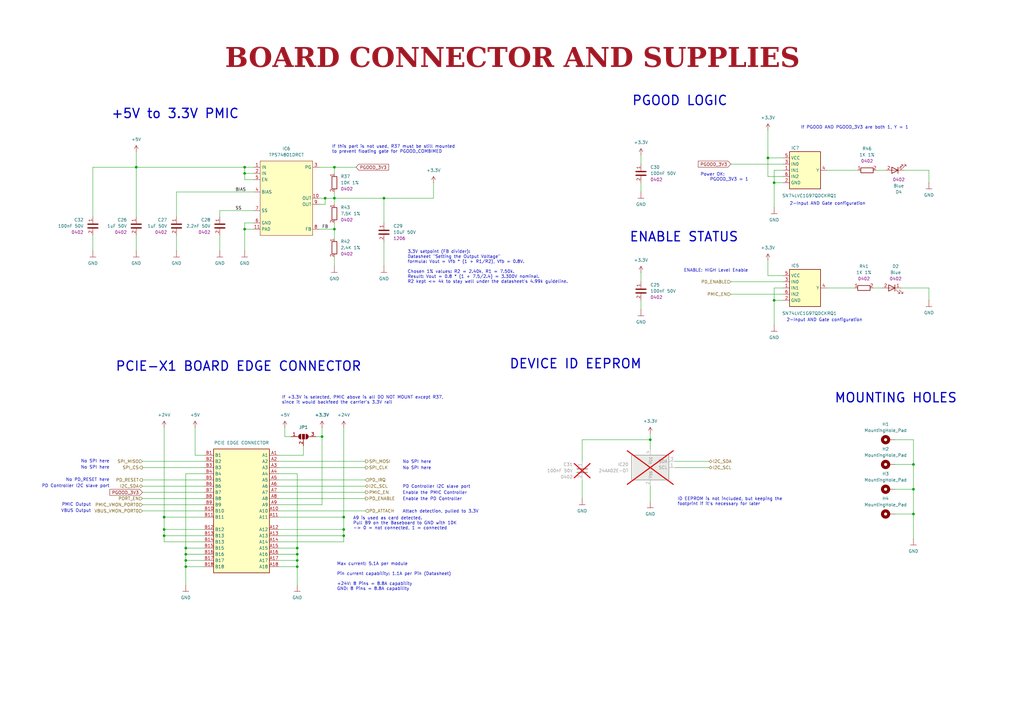
<source format=kicad_sch>
(kicad_sch (version 20250114) (generator "eeschema") (generator_version "9.0")
  (paper "A3")
  (title_block (date "2025-01-12") (rev "1.0.0") (company "DvidMakesThings"))
  (lib_symbols
    (symbol "DS_Capacitor_0402:100nF 50V 0402"
      (property "Reference" "C" (at 3.81 2.032 0))
      (property "Value" "100nF 50V" (at 3.81 0 0))
      (property "FOOTPRINT_SHORT" "0402" (at 3.81 -2.032 0))
      (symbol "100nF 50V 0402_0_1"
        (polyline (pts (xy -2.032 0.762) (xy 2.032 0.762)) (stroke (width 0.508)))
        (polyline (pts (xy -2.032 -0.762) (xy 2.032 -0.762)) (stroke (width 0.508)))
      )
      (symbol "100nF 50V 0402_1_1"
        (pin passive line (at 0 3.81 270) (length 2.794) (name "~") (number "1"))
        (pin passive line (at 0 -3.81 90) (length 2.794) (name "~") (number "2"))
      )
    )
    (symbol "DS_Capacitor_0402:1uF 50V 0402"
      (property "Reference" "C" (at 3.81 2.032 0))
      (property "Value" "1uF 50V" (at 3.81 0 0))
      (property "FOOTPRINT_SHORT" "0402" (at 3.81 -2.032 0))
      (symbol "1uF 50V 0402_0_1"
        (polyline (pts (xy -2.032 0.762) (xy 2.032 0.762)) (stroke (width 0.508)))
        (polyline (pts (xy -2.032 -0.762) (xy 2.032 -0.762)) (stroke (width 0.508)))
      )
      (symbol "1uF 50V 0402_1_1"
        (pin passive line (at 0 3.81 270) (length 2.794) (name "~") (number "1"))
        (pin passive line (at 0 -3.81 90) (length 2.794) (name "~") (number "2"))
      )
    )
    (symbol "DS_Capacitor_0402:2.2nF 50V 0402"
      (property "Reference" "C" (at 3.81 2.032 0))
      (property "Value" "2.2nF 50V" (at 3.81 0 0))
      (property "FOOTPRINT_SHORT" "0402" (at 3.81 -2.032 0))
      (symbol "2.2nF 50V 0402_0_1"
        (polyline (pts (xy -2.032 0.762) (xy 2.032 0.762)) (stroke (width 0.508)))
        (polyline (pts (xy -2.032 -0.762) (xy 2.032 -0.762)) (stroke (width 0.508)))
      )
      (symbol "2.2nF 50V 0402_1_1"
        (pin passive line (at 0 3.81 270) (length 2.794) (name "~") (number "1"))
        (pin passive line (at 0 -3.81 90) (length 2.794) (name "~") (number "2"))
      )
    )
    (symbol "DS_Capacitor_1206:10uF 50V 1206"
      (property "Reference" "C" (at 3.81 2.032 0))
      (property "Value" "10uF 50V" (at 3.81 0 0))
      (property "FOOTPRINT_SHORT" "1206" (at 3.81 -2.032 0))
      (symbol "10uF 50V 1206_0_1"
        (polyline (pts (xy -2.032 0.762) (xy 2.032 0.762)) (stroke (width 0.508)))
        (polyline (pts (xy -2.032 -0.762) (xy 2.032 -0.762)) (stroke (width 0.508)))
      )
      (symbol "10uF 50V 1206_1_1"
        (pin passive line (at 0 3.81 270) (length 2.794) (name "~") (number "1"))
        (pin passive line (at 0 -3.81 90) (length 2.794) (name "~") (number "2"))
      )
    )
    (symbol "DS_Connector:PCIe-Board Edge" (exclude_from_sim yes) (in_bom no)
      (property "Value" "PCIE EDGE CONNECTOR" (at -1.778 -9.144 0))
      (symbol "PCIe-Board Edge_0_1"
        (rectangle (start -3.81 43.18) (end 19.05 -7.62) (stroke (width 0.254)) (fill (type background)))
      )
      (symbol "PCIe-Board Edge_1_1"
        (pin power_in line (at -7.62 40.64 0) (length 3.81) (name "B1") (number "B1"))
        (pin passive line (at -7.62 38.1 0) (length 3.81) (name "B2") (number "B2"))
        (pin passive line (at -7.62 35.56 0) (length 3.81) (name "B3") (number "B3"))
        (pin power_in line (at -7.62 33.02 0) (length 3.81) (name "B4") (number "B4"))
        (pin input line (at -7.62 30.48 0) (length 3.81) (name "B5") (number "B5"))
        (pin bidirectional line (at -7.62 27.94 0) (length 3.81) (name "B6") (number "B6"))
        (pin passive line (at -7.62 25.4 0) (length 3.81) (name "B7") (number "B7"))
        (pin power_in line (at -7.62 22.86 0) (length 3.81) (name "B8") (number "B8"))
        (pin input line (at -7.62 20.32 0) (length 3.81) (name "B9") (number "B9"))
        (pin power_in line (at -7.62 17.78 0) (length 3.81) (name "B10") (number "B10"))
        (pin open_collector line (at -7.62 15.24 0) (length 3.81) (name "B11") (number "B11"))
        (pin passive line (at -7.62 10.16 0) (length 3.81) (name "B12") (number "B12"))
        (pin passive line (at -7.62 7.62 0) (length 3.81) (name "B13") (number "B13"))
        (pin input line (at -7.62 5.08 0) (length 3.81) (name "B13") (number "B14"))
        (pin input line (at -7.62 2.54 0) (length 3.81) (name "B15") (number "B15"))
        (pin passive line (at -7.62 0 0) (length 3.81) (name "B16") (number "B16"))
        (pin passive line (at -7.62 -2.54 0) (length 3.81) (name "B17") (number "B17"))
        (pin passive line (at -7.62 -5.08 0) (length 3.81) (name "B18") (number "B18"))
        (pin passive line (at 22.86 40.64 180) (length 3.81) (name "A1") (number "A1"))
        (pin passive line (at 22.86 38.1 180) (length 3.81) (name "A2") (number "A2"))
        (pin passive line (at 22.86 35.56 180) (length 3.81) (name "A3") (number "A3"))
        (pin passive line (at 22.86 33.02 180) (length 3.81) (name "A4") (number "A4"))
        (pin input line (at 22.86 30.48 180) (length 3.81) (name "A5") (number "A5"))
        (pin input line (at 22.86 27.94 180) (length 3.81) (name "A6") (number "A6"))
        (pin output line (at 22.86 25.4 180) (length 3.81) (name "A7") (number "A7"))
        (pin input line (at 22.86 22.86 180) (length 3.81) (name "A8") (number "A8"))
        (pin passive line (at 22.86 20.32 180) (length 3.81) (name "A9") (number "A9"))
        (pin passive line (at 22.86 17.78 180) (length 3.81) (name "A10") (number "A10"))
        (pin input line (at 22.86 15.24 180) (length 3.81) (name "A11") (number "A11"))
        (pin passive line (at 22.86 10.16 180) (length 3.81) (name "A12") (number "A12"))
        (pin input line (at 22.86 7.62 180) (length 3.81) (name "A13") (number "A13"))
        (pin input line (at 22.86 5.08 180) (length 3.81) (name "A14") (number "A14"))
        (pin passive line (at 22.86 2.54 180) (length 3.81) (name "A15") (number "A15"))
        (pin output line (at 22.86 0 180) (length 3.81) (name "A16") (number "A16"))
        (pin output line (at 22.86 -2.54 180) (length 3.81) (name "A17") (number "A17"))
        (pin passive line (at 22.86 -5.08 180) (length 3.81) (name "A18") (number "A18"))
      )
    )
    (symbol "DS_Opto:Blue 0402"
      (property "Reference" "D" (at -1.27 5.08 0))
      (property "Value" "Blue" (at -1.27 2.794 0))
      (property "Size" "0402" (at -1.016 -3.302 0))
      (symbol "Blue 0402_0_1"
        (polyline (pts (xy -3.048 -0.762) (xy -4.572 -2.286) (xy -3.81 -2.286) (xy -4.572 -2.286) (xy -4.572 -1.524)))
        (polyline (pts (xy -1.778 -0.762) (xy -3.302 -2.286) (xy -2.54 -2.286) (xy -3.302 -2.286) (xy -3.302 -1.524)))
        (polyline (pts (xy -1.27 0) (xy 1.27 0)))
        (polyline (pts (xy -1.27 -1.27) (xy -1.27 1.27)) (stroke (width 0.254)))
        (polyline (pts (xy 1.27 -1.27) (xy 1.27 1.27) (xy -1.27 0) (xy 1.27 -1.27)) (stroke (width 0.254)))
      )
      (symbol "Blue 0402_1_1"
        (pin passive line (at -3.81 0 0) (length 2.54) (name "") (number "1"))
        (pin passive line (at 3.81 0 180) (length 2.54) (name "") (number "2"))
      )
    )
    (symbol "DS_Peripherals:SN74LVC1G97QDCKRQ1"
      (property "Reference" "IC" (at -6.35 9.144 0))
      (property "Value" "SN74LVC1G97QDCKRQ1" (at 1.778 -9.652 0))
      (symbol "SN74LVC1G97QDCKRQ1_0_1"
        (rectangle (start -6.35 7.62) (end 6.35 -7.62) (stroke (width 0.254)) (fill (type background)))
      )
      (symbol "SN74LVC1G97QDCKRQ1_1_1"
        (pin power_in line (at -8.89 5.08 0) (length 2.54) (name "VCC") (number "5"))
        (pin passive line (at -8.89 2.54 0) (length 2.54) (name "IN0") (number "3"))
        (pin passive line (at -8.89 0 0) (length 2.54) (name "IN1") (number "1"))
        (pin passive line (at -8.89 -2.54 0) (length 2.54) (name "IN2") (number "6"))
        (pin power_in line (at -8.89 -5.08 0) (length 2.54) (name "GND") (number "2"))
        (pin passive line (at 8.89 0 180) (length 2.54) (name "Y") (number "4"))
      )
    )
    (symbol "DS_Resistor_0402:10K 1% 0402"
      (property "Reference" "R" (at 2.032 2.032 0))
      (property "Value" "10K 1%" (at 2.032 0 0))
      (property "FOOTPRINT_SHORT" "0402" (at 2.032 -2.032 0))
      (symbol "10K 1% 0402_0_1"
        (rectangle (start -1.016 2.54) (end 1.016 -2.54) (stroke (width 0.254)))
      )
      (symbol "10K 1% 0402_1_1"
        (pin passive line (at 0 3.81 270) (length 1.27) (name "~") (number "1"))
        (pin passive line (at 0 -3.81 90) (length 1.27) (name "~") (number "2"))
      )
    )
    (symbol "DS_Resistor_0402:1K 1% 0402"
      (property "Reference" "R" (at 2.032 2.032 0))
      (property "Value" "1K 1%" (at 2.032 0 0))
      (property "FOOTPRINT_SHORT" "0402" (at 2.032 -2.032 0))
      (symbol "1K 1% 0402_0_1"
        (rectangle (start -1.016 2.54) (end 1.016 -2.54) (stroke (width 0.254)))
      )
      (symbol "1K 1% 0402_1_1"
        (pin passive line (at 0 3.81 270) (length 1.27) (name "~") (number "1"))
        (pin passive line (at 0 -3.81 90) (length 1.27) (name "~") (number "2"))
      )
    )
    (symbol "DS_Resistor_0402:2.4K 1% 0402"
      (property "Reference" "R" (at 2.032 2.032 0))
      (property "Value" "2.4K 1%" (at 2.032 0 0))
      (property "FOOTPRINT_SHORT" "0402" (at 2.032 -2.032 0))
      (symbol "2.4K 1% 0402_0_1"
        (rectangle (start -1.016 2.54) (end 1.016 -2.54) (stroke (width 0.254)))
      )
      (symbol "2.4K 1% 0402_1_1"
        (pin passive line (at 0 3.81 270) (length 1.27) (name "~") (number "1"))
        (pin passive line (at 0 -3.81 90) (length 1.27) (name "~") (number "2"))
      )
    )
    (symbol "DS_Resistor_0402:7.5K 1% 0402"
      (property "Reference" "R" (at 2.032 2.032 0))
      (property "Value" "7.5K 1%" (at 2.032 0 0))
      (property "FOOTPRINT_SHORT" "0402" (at 2.032 -2.032 0))
      (symbol "7.5K 1% 0402_0_1"
        (rectangle (start -1.016 2.54) (end 1.016 -2.54) (stroke (width 0.254)))
      )
      (symbol "7.5K 1% 0402_1_1"
        (pin passive line (at 0 3.81 270) (length 1.27) (name "~") (number "1"))
        (pin passive line (at 0 -3.81 90) (length 1.27) (name "~") (number "2"))
      )
    )
    (symbol "DS_Supply:GND" (power) (pin_numbers (hide yes)) (pin_names (offset 0) (hide yes))
      (property "Value" "GND" (at 0 -3.81 0))
      (symbol "GND_0_1"
        (polyline (pts (xy 0 0) (xy 0 -2.54) (xy 1.27 -2.54) (xy 0 -2.54) (xy -1.27 -2.54) (xy 0 -2.54)))
      )
      (symbol "GND_1_1"
        (pin power_in line (at 0 0 270) (length 0) (name "~") (number "1"))
      )
    )
    (symbol "DS_Vreg:TPS74801DRCT"
      (property "Reference" "IC" (at -7.874 17.018 0))
      (property "Value" "TPS74801DRCT" (at -11.176 -17.526 0))
      (symbol "TPS74801DRCT_0_1"
        (rectangle (start -11.43 15.24) (end 10.16 -15.24) (fill (type background)))
      )
      (symbol "TPS74801DRCT_1_0"
        (pin power_in line (at -13.97 12.7 0) (length 2.54) (name "IN") (number "1"))
        (pin power_in line (at -13.97 10.16 0) (length 2.54) (name "IN") (number "2"))
        (pin input line (at -13.97 7.62 0) (length 2.54) (name "EN") (number "5"))
        (pin input line (at -13.97 2.54 0) (length 2.54) (name "BIAS") (number "4"))
        (pin passive line (at -13.97 -5.08 0) (length 2.54) (name "SS") (number "7"))
        (pin power_in line (at -13.97 -10.16 0) (length 2.54) (name "GND") (number "6"))
        (pin power_in line (at -13.97 -12.7 0) (length 2.54) (name "PAD") (number "11"))
        (pin passive line (at 12.7 12.7 180) (length 2.54) (name "PG") (number "3"))
        (pin power_in line (at 12.7 0 180) (length 2.54) (name "OUT") (number "10"))
        (pin power_in line (at 12.7 -2.54 180) (length 2.54) (name "OUT") (number "9"))
        (pin input line (at 12.7 -12.7 180) (length 2.54) (name "FB") (number "8"))
      )
    )
    (symbol "Jumper:SolderJumper_3_Open" (pin_names (offset 0) (hide yes)) (in_bom no)
      (property "Reference" "JP" (at -2.54 -2.54 0))
      (property "Value" "SolderJumper_3_Open" (at 0 2.794 0))
      (symbol "SolderJumper_3_Open_0_1"
        (polyline (pts (xy -2.54 0) (xy -2.032 0)))
        (polyline (pts (xy -1.016 1.016) (xy -1.016 -1.016)))
        (arc (start -1.016 -1.016) (mid -2.0276 0) (end -1.016 1.016))
        (arc (start -1.016 -1.016) (mid -2.0276 0) (end -1.016 1.016) (fill (type outline)))
        (rectangle (start -0.508 1.016) (end 0.508 -1.016) (fill (type outline)))
        (polyline (pts (xy 0 -1.27) (xy 0 -1.016)))
        (arc (start 1.016 1.016) (mid 2.0276 0) (end 1.016 -1.016))
        (arc (start 1.016 1.016) (mid 2.0276 0) (end 1.016 -1.016) (fill (type outline)))
        (polyline (pts (xy 1.016 1.016) (xy 1.016 -1.016)))
        (polyline (pts (xy 2.54 0) (xy 2.032 0)))
      )
      (symbol "SolderJumper_3_Open_1_1"
        (pin passive line (at -5.08 0 0) (length 2.54) (name "A") (number "1"))
        (pin passive line (at 0 -3.81 90) (length 2.54) (name "C") (number "2"))
        (pin passive line (at 5.08 0 180) (length 2.54) (name "B") (number "3"))
      )
    )
    (symbol "Mechanical:MountingHole_Pad" (pin_numbers (hide yes)) (pin_names (offset 1.016) (hide yes)) (in_bom no)
      (property "Reference" "H" (at 0 6.35 0))
      (property "Value" "MountingHole_Pad" (at 0 4.445 0))
      (symbol "MountingHole_Pad_0_1"
        (circle (center 0 1.27) (radius 1.27) (stroke (width 1.27)))
      )
      (symbol "MountingHole_Pad_1_1"
        (pin input line (at 0 -2.54 90) (length 2.54) (name "1") (number "1"))
      )
    )
    (symbol "Memory_EEPROM:24AA02E-OT"
      (property "Reference" "U" (at -7.62 6.35 0))
      (property "Value" "24AA02E-OT" (at 2.54 -6.35 0))
      (symbol "24AA02E-OT_1_1"
        (rectangle (start -7.62 5.08) (end 7.62 -5.08) (stroke (width 0.254)) (fill (type background)))
        (pin no_connect line (at -10.16 0 0) (length 2.54) (hide yes) (name "NC") (number "5"))
        (pin power_in line (at 0 7.62 270) (length 2.54) (name "V_{CC}") (number "4"))
        (pin power_in line (at 0 -7.62 90) (length 2.54) (name "V_{SS}") (number "2"))
        (pin bidirectional line (at 10.16 2.54 180) (length 2.54) (name "SDA") (number "3"))
        (pin input line (at 10.16 0 180) (length 2.54) (name "SCL") (number "1"))
      )
    )
    (symbol "power:+24V" (power) (pin_numbers (hide yes)) (pin_names (offset 0) (hide yes))
      (property "Value" "+24V" (at 0 3.556 0))
      (symbol "+24V_0_1"
        (polyline (pts (xy -0.762 1.27) (xy 0 2.54)))
        (polyline (pts (xy 0 2.54) (xy 0.762 1.27)))
        (polyline (pts (xy 0 0) (xy 0 2.54)))
      )
      (symbol "+24V_1_1"
        (pin power_in line (at 0 0 90) (length 0) (name "~") (number "1"))
      )
    )
    (symbol "power:+3.3V" (power) (pin_numbers (hide yes)) (pin_names (offset 0) (hide yes))
      (property "Value" "+3.3V" (at 0 3.556 0))
      (symbol "+3.3V_0_1"
        (polyline (pts (xy -0.762 1.27) (xy 0 2.54)))
        (polyline (pts (xy 0 2.54) (xy 0.762 1.27)))
        (polyline (pts (xy 0 0) (xy 0 2.54)))
      )
      (symbol "+3.3V_1_1"
        (pin power_in line (at 0 0 90) (length 0) (name "~") (number "1"))
      )
    )
    (symbol "power:+5V" (power) (pin_numbers (hide yes)) (pin_names (offset 0) (hide yes))
      (property "Value" "+5V" (at 0 3.556 0))
      (symbol "+5V_0_1"
        (polyline (pts (xy -0.762 1.27) (xy 0 2.54)))
        (polyline (pts (xy 0 2.54) (xy 0.762 1.27)))
        (polyline (pts (xy 0 0) (xy 0 2.54)))
      )
      (symbol "+5V_1_1"
        (pin power_in line (at 0 0 90) (length 0) (name "~") (number "1"))
      )
    )
  )
  (text "PMIC Output" (at 37.338 207.01 0) (effects (font (size 1.27 1.27)) (justify right)))
  (text "ID EEPROM is not included, but keeping the \nfootprint if it's necessary for later" (at 277.876 205.74 0) (effects (font (size 1.27 1.27)) (justify left)))
  (text "DEVICE ID EEPROM" (at 208.788 149.352 0) (effects (font (size 3.81 3.81) (thickness 0.508) (bold yes)) (justify left)))
  (text "PD Controller I2C slave port" (at 165.1 199.644 0) (effects (font (size 1.27 1.27)) (justify left)))
  (text "ENABLE STATUS" (at 258.064 97.282 0) (effects (font (size 3.81 3.81) (thickness 0.508) (bold yes)) (justify left)))
  (text "If this part is not used, R37 must be still mounted\nto prevent floating gate for PGOOD_COMBIMED" (at 136.144 61.214 0) (effects (font (size 1.27 1.27)) (justify left)))
  (text "Enable the PD Controller" (at 165.1 204.724 0) (effects (font (size 1.27 1.27)) (justify left)))
  (text "No SPI here" (at 44.958 189.23 0) (effects (font (size 1.27 1.27)) (justify right)))
  (text "2-Input AND Gate configuration" (at 322.58 131.318 0) (effects (font (size 1.27 1.27)) (justify left)))
  (text "MOUNTING HOLES" (at 342.138 163.322 0) (effects (font (size 3.81 3.81) (thickness 0.508) (bold yes)) (justify left)))
  (text "No SPI here" (at 165.1 192.024 0) (effects (font (size 1.27 1.27)) (justify left)))
  (text "If +3.3V is selected, PMIC above is all DO NOT MOUNT except R37,\nsince it would backfeed the carrier's 3.3V rail" (at 115.57 164.084 0) (effects (font (size 1.27 1.27)) (justify left)))
  (text "Max current: 5.1A per module\n\nPin current capability: 1.1A per Pin (Datasheet)\n\n+24V: 8 Pins = 8.8A capability\nGND: 8 Pins = 8.8A capability" (at 138.176 236.474 0) (effects (font (size 1.27 1.27)) (justify left)))
  (text "Power OK: \n    PGOOD_3V3 = 1" (at 287.274 72.644 0) (effects (font (size 1.27 1.27)) (justify left)))
  (text "VBUS Output" (at 37.338 209.55 0) (effects (font (size 1.27 1.27)) (justify right)))
  (text "Attach detection, pulled to 3.3V" (at 165.1 209.804 0) (effects (font (size 1.27 1.27)) (justify left)))
  (text "No PD_RESET here" (at 44.958 196.85 0) (effects (font (size 1.27 1.27)) (justify right)))
  (text "A9 is used as card detected.\nPull B9 on the Baseboard to GND with 10K\n-> 0 = not connected, 1 = connected" (at 144.78 214.63 0) (effects (font (size 1.27 1.27)) (justify left)))
  (text "No SPI here" (at 165.1 189.484 0) (effects (font (size 1.27 1.27)) (justify left)))
  (text "If PGOOD AND PGOOD_3V3 are both 1, Y = 1" (at 328.422 52.324 0) (effects (font (size 1.27 1.27)) (justify left)))
  (text "No SPI here" (at 44.958 191.77 0) (effects (font (size 1.27 1.27)) (justify right)))
  (text "PD Controller I2C slave port" (at 44.958 199.39 0) (effects (font (size 1.27 1.27)) (justify right)))
  (text "+5V to 3.3V PMIC" (at 45.466 46.736 0) (effects (font (size 3.81 3.81) (thickness 0.508) (bold yes)) (justify left)))
  (text "3.3V setpoint (FB divider): \nDatasheet \"Setting the Output Voltage\" \nformula: Vout = Vfb * (1 + R1/R2), Vfb = 0.8V. \n\nChosen 1% values: R2 = 2.40k, R1 = 7.50k. \nResult: Vout = 0.8 * (1 + 7.5/2.4) = 3.300V nominal. \nR2 kept <= 4k to stay well under the datasheet's 4.99k guideline." (at 167.132 109.474 0) (effects (font (size 1.27 1.27)) (justify left)))
  (text "ENABLE: HIGH Level Enable" (at 280.416 110.998 0) (effects (font (size 1.27 1.27)) (justify left)))
  (text "PCIE-X1 BOARD EDGE CONNECTOR" (at 47.244 150.368 0) (effects (font (size 3.81 3.81) (thickness 0.508) (bold yes)) (justify left)))
  (text "PGOOD LOGIC" (at 259.08 41.402 0) (effects (font (size 3.81 3.81) (thickness 0.508) (bold yes)) (justify left)))
  (text "2-Input AND Gate configuration" (at 323.85 83.566 0) (effects (font (size 1.27 1.27)) (justify left)))
  (text "Enable the PMIC Controller" (at 165.1 202.184 0) (effects (font (size 1.27 1.27)) (justify left)))
  (text_box "BOARD CONNECTOR AND SUPPLIES" (at 12.7 17.78 0) (size 394.97 12.7) (margins 5.9999 5.9999 5.9999 5.9999) (stroke (width -0.0001)) (effects (font (size 8 8) (thickness 1.2) (bold yes))))
  (junction (at 76.2 227.33))
  (junction (at 137.16 93.98))
  (junction (at 314.96 64.77))
  (junction (at 266.7 180.34))
  (junction (at 137.16 81.28))
  (junction (at 55.88 68.58))
  (junction (at 100.33 68.58))
  (junction (at 137.16 68.58))
  (junction (at 121.92 232.41))
  (junction (at 67.31 217.17))
  (junction (at 121.92 229.87))
  (junction (at 121.92 224.79))
  (junction (at 121.92 227.33))
  (junction (at 132.08 179.07))
  (junction (at 317.5 123.19))
  (junction (at 140.97 212.09))
  (junction (at 133.35 81.28))
  (junction (at 157.48 81.28))
  (junction (at 76.2 232.41))
  (junction (at 76.2 224.79))
  (junction (at 374.65 210.82))
  (junction (at 100.33 93.98))
  (junction (at 140.97 217.17))
  (junction (at 67.31 212.09))
  (junction (at 140.97 219.71))
  (junction (at 317.5 74.93))
  (junction (at 100.33 71.12))
  (junction (at 76.2 229.87))
  (junction (at 374.65 190.5))
  (junction (at 374.65 200.66))
  (junction (at 67.31 219.71))
  (wire (pts (xy 55.88 68.58) (xy 100.33 68.58)))
  (wire (pts (xy 67.31 212.09) (xy 83.82 212.09)))
  (wire (pts (xy 116.84 179.07) (xy 119.38 179.07)))
  (wire (pts (xy 369.57 118.11) (xy 381 118.11)))
  (wire (pts (xy 38.1 102.87) (xy 38.1 96.52)))
  (wire (pts (xy 90.17 86.36) (xy 90.17 88.9)))
  (wire (pts (xy 149.86 209.55) (xy 114.3 209.55)))
  (wire (pts (xy 374.65 200.66) (xy 374.65 210.82)))
  (wire (pts (xy 177.8 74.93) (xy 177.8 81.28)))
  (wire (pts (xy 137.16 91.44) (xy 137.16 93.98)))
  (wire (pts (xy 114.3 212.09) (xy 140.97 212.09)))
  (wire (pts (xy 157.48 81.28) (xy 157.48 91.44)))
  (wire (pts (xy 266.7 180.34) (xy 266.7 184.15)))
  (wire (pts (xy 381 118.11) (xy 381 123.19)))
  (wire (pts (xy 374.65 210.82) (xy 374.65 220.98)))
  (wire (pts (xy 137.16 78.74) (xy 137.16 81.28)))
  (wire (pts (xy 114.3 227.33) (xy 121.92 227.33)))
  (wire (pts (xy 140.97 217.17) (xy 140.97 212.09)))
  (wire (pts (xy 55.88 68.58) (xy 55.88 88.9)))
  (wire (pts (xy 370.84 69.85) (xy 381 69.85)))
  (wire (pts (xy 238.76 180.34) (xy 266.7 180.34)))
  (wire (pts (xy 114.3 222.25) (xy 140.97 222.25)))
  (wire (pts (xy 67.31 212.09) (xy 67.31 217.17)))
  (wire (pts (xy 124.46 182.88) (xy 124.46 186.69)))
  (wire (pts (xy 121.92 227.33) (xy 121.92 229.87)))
  (wire (pts (xy 137.16 68.58) (xy 146.05 68.58)))
  (wire (pts (xy 114.3 219.71) (xy 140.97 219.71)))
  (wire (pts (xy 38.1 68.58) (xy 55.88 68.58)))
  (wire (pts (xy 76.2 227.33) (xy 76.2 229.87)))
  (wire (pts (xy 339.09 69.85) (xy 351.79 69.85)))
  (wire (pts (xy 137.16 81.28) (xy 137.16 83.82)))
  (wire (pts (xy 114.3 191.77) (xy 149.86 191.77)))
  (wire (pts (xy 374.65 190.5) (xy 374.65 200.66)))
  (wire (pts (xy 114.3 204.47) (xy 149.86 204.47)))
  (wire (pts (xy 58.42 207.01) (xy 83.82 207.01)))
  (wire (pts (xy 339.09 118.11) (xy 350.52 118.11)))
  (wire (pts (xy 130.81 93.98) (xy 137.16 93.98)))
  (wire (pts (xy 100.33 93.98) (xy 100.33 102.87)))
  (wire (pts (xy 129.54 179.07) (xy 132.08 179.07)))
  (wire (pts (xy 76.2 224.79) (xy 76.2 227.33)))
  (wire (pts (xy 114.3 232.41) (xy 121.92 232.41)))
  (wire (pts (xy 100.33 68.58) (xy 104.14 68.58)))
  (wire (pts (xy 262.89 127) (xy 262.89 123.19)))
  (wire (pts (xy 262.89 111.76) (xy 262.89 115.57)))
  (wire (pts (xy 100.33 73.66) (xy 104.14 73.66)))
  (wire (pts (xy 132.08 175.26) (xy 132.08 179.07)))
  (wire (pts (xy 121.92 229.87) (xy 121.92 232.41)))
  (wire (pts (xy 58.42 209.55) (xy 83.82 209.55)))
  (wire (pts (xy 100.33 71.12) (xy 104.14 71.12)))
  (wire (pts (xy 317.5 69.85) (xy 317.5 74.93)))
  (wire (pts (xy 58.42 196.85) (xy 83.82 196.85)))
  (wire (pts (xy 72.39 102.87) (xy 72.39 96.52)))
  (wire (pts (xy 358.14 118.11) (xy 361.95 118.11)))
  (wire (pts (xy 130.81 81.28) (xy 133.35 81.28)))
  (wire (pts (xy 137.16 93.98) (xy 137.16 97.79)))
  (wire (pts (xy 317.5 118.11) (xy 317.5 123.19)))
  (wire (pts (xy 83.82 217.17) (xy 67.31 217.17)))
  (wire (pts (xy 367.03 200.66) (xy 374.65 200.66)))
  (wire (pts (xy 262.89 78.74) (xy 262.89 74.93)))
  (wire (pts (xy 55.88 102.87) (xy 55.88 96.52)))
  (wire (pts (xy 114.3 217.17) (xy 140.97 217.17)))
  (wire (pts (xy 76.2 229.87) (xy 83.82 229.87)))
  (wire (pts (xy 266.7 177.8) (xy 266.7 180.34)))
  (wire (pts (xy 114.3 199.39) (xy 149.86 199.39)))
  (wire (pts (xy 130.81 68.58) (xy 137.16 68.58)))
  (wire (pts (xy 276.86 191.77) (xy 290.83 191.77)))
  (wire (pts (xy 314.96 106.68) (xy 314.96 113.03)))
  (wire (pts (xy 321.31 74.93) (xy 317.5 74.93)))
  (wire (pts (xy 76.2 232.41) (xy 83.82 232.41)))
  (wire (pts (xy 100.33 91.44) (xy 100.33 93.98)))
  (wire (pts (xy 321.31 72.39) (xy 314.96 72.39)))
  (wire (pts (xy 90.17 86.36) (xy 104.14 86.36)))
  (wire (pts (xy 114.3 229.87) (xy 121.92 229.87)))
  (wire (pts (xy 114.3 196.85) (xy 149.86 196.85)))
  (wire (pts (xy 83.82 186.69) (xy 80.01 186.69)))
  (wire (pts (xy 58.42 199.39) (xy 83.82 199.39)))
  (wire (pts (xy 133.35 81.28) (xy 133.35 83.82)))
  (wire (pts (xy 76.2 194.31) (xy 76.2 224.79)))
  (wire (pts (xy 76.2 227.33) (xy 83.82 227.33)))
  (wire (pts (xy 137.16 81.28) (xy 157.48 81.28)))
  (wire (pts (xy 140.97 217.17) (xy 140.97 219.71)))
  (wire (pts (xy 140.97 219.71) (xy 140.97 222.25)))
  (wire (pts (xy 367.03 190.5) (xy 374.65 190.5)))
  (wire (pts (xy 381 69.85) (xy 381 74.93)))
  (wire (pts (xy 83.82 222.25) (xy 67.31 222.25)))
  (wire (pts (xy 321.31 123.19) (xy 317.5 123.19)))
  (wire (pts (xy 83.82 224.79) (xy 76.2 224.79)))
  (wire (pts (xy 116.84 175.26) (xy 116.84 179.07)))
  (wire (pts (xy 58.42 204.47) (xy 83.82 204.47)))
  (wire (pts (xy 317.5 123.19) (xy 317.5 133.35)))
  (wire (pts (xy 317.5 74.93) (xy 317.5 85.09)))
  (wire (pts (xy 299.72 67.31) (xy 321.31 67.31)))
  (wire (pts (xy 374.65 180.34) (xy 374.65 190.5)))
  (wire (pts (xy 276.86 189.23) (xy 290.83 189.23)))
  (wire (pts (xy 100.33 71.12) (xy 100.33 73.66)))
  (wire (pts (xy 121.92 232.41) (xy 121.92 240.03)))
  (wire (pts (xy 114.3 224.79) (xy 121.92 224.79)))
  (wire (pts (xy 67.31 175.26) (xy 67.31 212.09)))
  (wire (pts (xy 299.72 120.65) (xy 321.31 120.65)))
  (wire (pts (xy 55.88 62.23) (xy 55.88 68.58)))
  (wire (pts (xy 100.33 93.98) (xy 104.14 93.98)))
  (wire (pts (xy 114.3 186.69) (xy 124.46 186.69)))
  (wire (pts (xy 157.48 81.28) (xy 177.8 81.28)))
  (wire (pts (xy 58.42 191.77) (xy 83.82 191.77)))
  (wire (pts (xy 314.96 53.34) (xy 314.96 64.77)))
  (wire (pts (xy 238.76 204.47) (xy 238.76 196.85)))
  (wire (pts (xy 130.81 83.82) (xy 133.35 83.82)))
  (wire (pts (xy 83.82 194.31) (xy 76.2 194.31)))
  (wire (pts (xy 140.97 212.09) (xy 140.97 175.26)))
  (wire (pts (xy 321.31 118.11) (xy 317.5 118.11)))
  (wire (pts (xy 359.41 69.85) (xy 363.22 69.85)))
  (wire (pts (xy 114.3 207.01) (xy 132.08 207.01)))
  (wire (pts (xy 100.33 68.58) (xy 100.33 71.12)))
  (wire (pts (xy 317.5 69.85) (xy 321.31 69.85)))
  (wire (pts (xy 299.72 115.57) (xy 321.31 115.57)))
  (wire (pts (xy 238.76 180.34) (xy 238.76 189.23)))
  (wire (pts (xy 67.31 222.25) (xy 67.31 219.71)))
  (wire (pts (xy 114.3 201.93) (xy 149.86 201.93)))
  (wire (pts (xy 367.03 180.34) (xy 374.65 180.34)))
  (wire (pts (xy 114.3 189.23) (xy 149.86 189.23)))
  (wire (pts (xy 90.17 96.52) (xy 90.17 102.87)))
  (wire (pts (xy 72.39 78.74) (xy 72.39 88.9)))
  (wire (pts (xy 58.42 189.23) (xy 83.82 189.23)))
  (wire (pts (xy 72.39 78.74) (xy 104.14 78.74)))
  (wire (pts (xy 262.89 63.5) (xy 262.89 67.31)))
  (wire (pts (xy 83.82 219.71) (xy 67.31 219.71)))
  (wire (pts (xy 367.03 210.82) (xy 374.65 210.82)))
  (wire (pts (xy 157.48 99.06) (xy 157.48 109.22)))
  (wire (pts (xy 76.2 229.87) (xy 76.2 232.41)))
  (wire (pts (xy 137.16 68.58) (xy 137.16 71.12)))
  (wire (pts (xy 76.2 232.41) (xy 76.2 240.03)))
  (wire (pts (xy 67.31 219.71) (xy 67.31 217.17)))
  (wire (pts (xy 114.3 194.31) (xy 121.92 194.31)))
  (wire (pts (xy 100.33 91.44) (xy 104.14 91.44)))
  (wire (pts (xy 121.92 194.31) (xy 121.92 224.79)))
  (wire (pts (xy 314.96 113.03) (xy 321.31 113.03)))
  (wire (pts (xy 38.1 68.58) (xy 38.1 88.9)))
  (wire (pts (xy 58.42 201.93) (xy 83.82 201.93)))
  (wire (pts (xy 133.35 81.28) (xy 137.16 81.28)))
  (wire (pts (xy 266.7 205.74) (xy 266.7 199.39)))
  (wire (pts (xy 121.92 224.79) (xy 121.92 227.33)))
  (wire (pts (xy 137.16 105.41) (xy 137.16 109.22)))
  (wire (pts (xy 132.08 179.07) (xy 132.08 207.01)))
  (wire (pts (xy 80.01 175.26) (xy 80.01 186.69)))
  (wire (pts (xy 314.96 64.77) (xy 321.31 64.77)))
  (wire (pts (xy 314.96 72.39) (xy 314.96 64.77)))
  (label "FB" (at 132.08 93.98 0))
  (label "SS" (at 96.52 86.36 0))
  (label "BIAS" (at 96.52 78.74 0))
  (global_label "PGOOD_3V3" (shape input) (at 58.42 201.93 180) (property "Intersheetrefs" "${INTERSHEET_REFS}" (effects (hide yes))))
  (global_label "PGOOD_3V3" (shape input) (at 146.05 68.58 0) (property "Intersheetrefs" "${INTERSHEET_REFS}" (effects (hide yes))))
  (global_label "PGOOD_3V3" (shape input) (at 299.72 67.31 180) (property "Intersheetrefs" "${INTERSHEET_REFS}" (effects (hide yes))))
  (hierarchical_label "SPI_MISO" (shape input) (at 58.42 189.23 180))
  (hierarchical_label "PD_ENABLE" (shape input) (at 299.72 115.57 180))
  (hierarchical_label "PMIC_EN" (shape input) (at 299.72 120.65 180))
  (hierarchical_label "I2C_SCL" (shape bidirectional) (at 149.86 199.39 0))
  (hierarchical_label "I2C_SDA" (shape bidirectional) (at 58.42 199.39 180))
  (hierarchical_label "SPI_CS" (shape output) (at 58.42 191.77 180))
  (hierarchical_label "PD_ATTACH" (shape input) (at 149.86 209.55 0))
  (hierarchical_label "PMIC_EN" (shape output) (at 149.86 201.93 0))
  (hierarchical_label "VBUS_VMON_PORT0" (shape input) (at 58.42 209.55 180))
  (hierarchical_label "PD_ENABLE" (shape output) (at 149.86 204.47 0))
  (hierarchical_label "PD_IRQ" (shape input) (at 149.86 196.85 0))
  (hierarchical_label "SPI_MOSI" (shape output) (at 149.86 189.23 0))
  (hierarchical_label "PMIC_VMON_PORT0" (shape input) (at 58.42 207.01 180))
  (hierarchical_label "SPI_CLK" (shape output) (at 149.86 191.77 0))
  (hierarchical_label "I2C_SDA" (shape bidirectional) (at 290.83 189.23 0))
  (hierarchical_label "PORT_EN" (shape input) (at 58.42 204.47 180))
  (hierarchical_label "PD_RESET" (shape output) (at 58.42 196.85 180))
  (hierarchical_label "I2C_SCL" (shape bidirectional) (at 290.83 191.77 0))
  (symbol (lib_id "DS_Peripherals:SN74LVC1G97QDCKRQ1") (at 330.2 118.11 0) (unit 1)
    (property "Reference" "IC5" (at 326.136 108.966 0))
    (property "Value" "SN74LVC1G97QDCKRQ1" (at 331.978 128.524 0))
    (property "Footprint" "DS_Peripherals:SOT-363_SC-70-6" (effects (hide yes)))
    (property "Datasheet" "https://www.ti.com/general/docs/suppproductinfo.tsp?distId=10&gotoUrl=https%3A%2F%2Fwww.ti.com%2Flit%2Fgpn%2Fsn74lvc1g97-q1" (effects (hide yes)))
    (property "Description" "Configurable Multiple Function Configurable 1 Circuit 3 Input SC-70-6" (effects (hide yes)))
    (property "MPN" "SN74LVC1G97QDCKRQ1" (effects (hide yes)))
    (property "MFR" "Texas Instruments" (effects (hide yes)))
    (property "LCSC_PART" "C179911" (effects (hide yes)))
    (property "DIST1" "https://www.digikey.de/en/products/detail/texas-instruments/sn74lvc1g97qdckrq1/716453" (effects (hide yes)))
    (property "ROHS" "YES" (effects (hide yes)))
  )
  (symbol (lib_id "power:+3.3V") (at 266.7 177.8 0) (unit 1)
    (property "Reference" "#PWR084" (effects (hide yes)))
    (property "Value" "+3.3V" (at 266.7 172.72 0))
    (property "Description" "Power symbol creates a global label with name \"+3.3V\"" (effects (hide yes)))
  )
  (symbol (lib_id "DS_Supply:GND") (at 121.92 240.03 0) (unit 1)
    (property "Reference" "#PWR64" (effects (hide yes)))
    (property "Value" "GND" (at 121.92 245.11 0))
    (property "Description" "Power symbol creates a global label with name \"GND\" , ground" (effects (hide yes)))
  )
  (symbol (lib_id "DS_Resistor_0402:1K 1% 0402") (at 355.6 69.85 90) (mirror x) (unit 1)
    (property "Reference" "R46" (at 355.6 60.96 90))
    (property "Value" "1K 1%" (at 355.6 63.5 90))
    (property "Footprint" "Resistor_SMD:R_0402_1005Metric" (effects (hide yes)))
    (property "Description" "62.5mW Thick Film Resistors 50V ±100ppm/℃ ±1% 1kΩ 0402 Chip Resistor - Surface Mount ROHS" (effects (hide yes)))
    (property "LCSC_PART" "C11702" (effects (hide yes)))
    (property "ROHS" "YES" (effects (hide yes)))
    (property "FOOTPRINT_SHORT" "0402" (at 355.6 66.04 90))
    (property "MFR" "FH" (effects (hide yes)))
  )
  (symbol (lib_id "power:+3.3V") (at 132.08 175.26 0) (unit 1)
    (property "Reference" "#PWR067" (effects (hide yes)))
    (property "Value" "+3.3V" (at 132.08 170.18 0))
    (property "Description" "Power symbol creates a global label with name \"+3.3V\"" (effects (hide yes)))
  )
  (symbol (lib_id "DS_Capacitor_1206:10uF 50V 1206") (at 157.48 95.25 0) (unit 1)
    (property "Reference" "C29" (at 161.29 92.7099 0) (effects (justify left)))
    (property "Value" "10uF 50V" (at 161.29 95.2499 0) (effects (justify left)))
    (property "Footprint" "Capacitor_SMD:C_1206_3216Metric" (effects (hide yes)))
    (property "Datasheet" "https://jlcpcb.com/api/file/downloadByFileSystemAccessId/8579707359440130048" (effects (hide yes)))
    (property "Description" "50V 10uF X5R ±10% 1206 Multilayer Ceramic Capacitors MLCC - SMD/SMT ROHS" (effects (hide yes)))
    (property "FOOTPRINT_SHORT" "1206" (at 161.29 97.7899 0) (effects (justify left)))
    (property "ROHS" "YES" (effects (hide yes)))
    (property "LCSC_PART" "C13585" (effects (hide yes)))
    (property "MFR" "Samsung Electro-Mechanics" (effects (hide yes)))
    (property "MPN" "CL31A106KBHNNNE" (effects (hide yes)))
  )
  (symbol (lib_id "DS_Supply:GND") (at 137.16 109.22 0) (unit 1)
    (property "Reference" "#PWR074" (effects (hide yes)))
    (property "Value" "GND" (at 137.16 114.3 0))
    (property "Description" "Power symbol creates a global label with name \"GND\" , ground" (effects (hide yes)))
  )
  (symbol (lib_id "Mechanical:MountingHole_Pad") (at 364.49 190.5 90) (unit 1) (in_bom no)
    (property "Reference" "H2" (at 363.22 184.15 90))
    (property "Value" "MountingHole_Pad" (at 363.22 186.69 90))
    (property "Footprint" "MountingHole:MountingHole_2.2mm_M2_Pad_Via" (effects (hide yes)))
    (property "Description" "Mounting Hole with connection" (effects (hide yes)))
  )
  (symbol (lib_id "power:+24V") (at 140.97 175.26 0) (unit 1)
    (property "Reference" "#PWR065" (effects (hide yes)))
    (property "Value" "+24V" (at 140.97 170.18 0))
    (property "Description" "Power symbol creates a global label with name \"+24V\"" (effects (hide yes)))
  )
  (symbol (lib_id "DS_Supply:GND") (at 76.2 240.03 0) (unit 1)
    (property "Reference" "#PWR63" (effects (hide yes)))
    (property "Value" "GND" (at 76.2 245.11 0))
    (property "Description" "Power symbol creates a global label with name \"GND\" , ground" (effects (hide yes)))
  )
  (symbol (lib_id "DS_Supply:GND") (at 72.39 102.87 0) (unit 1)
    (property "Reference" "#PWR070" (effects (hide yes)))
    (property "Value" "GND" (at 72.39 107.95 0))
    (property "Description" "Power symbol creates a global label with name \"GND\" , ground" (effects (hide yes)))
  )
  (symbol (lib_id "power:+5V") (at 80.01 175.26 0) (unit 1)
    (property "Reference" "#PWR066" (effects (hide yes)))
    (property "Value" "+5V" (at 80.01 170.18 0))
    (property "Description" "Power symbol creates a global label with name \"+5V\"" (effects (hide yes)))
  )
  (symbol (lib_id "power:+5V") (at 55.88 62.23 0) (unit 1)
    (property "Reference" "#PWR068" (effects (hide yes)))
    (property "Value" "+5V" (at 55.88 57.15 0))
    (property "Description" "Power symbol creates a global label with name \"+5V\"" (effects (hide yes)))
  )
  (symbol (lib_id "power:+3.3V") (at 262.89 63.5 0) (mirror y) (unit 1)
    (property "Reference" "#PWR077" (effects (hide yes)))
    (property "Value" "+3.3V" (at 262.89 58.42 0))
    (property "Description" "Power symbol creates a global label with name \"+3.3V\"" (effects (hide yes)))
  )
  (symbol (lib_id "DS_Capacitor_0402:100nF 50V 0402") (at 262.89 119.38 0) (unit 1)
    (property "Reference" "C25" (at 266.7 116.8399 0) (effects (justify left)))
    (property "Value" "100nF 50V" (at 266.7 119.3799 0) (effects (justify left)))
    (property "Footprint" "Capacitor_SMD:C_0402_1005Metric" (effects (hide yes)))
    (property "Description" "50V 100nF X7R ±10% 0402 Multilayer Ceramic Capacitors MLCC - SMD/SMT ROHS" (effects (hide yes)))
    (property "FOOTPRINT_SHORT" "0402" (at 266.7 121.9199 0) (effects (justify left)))
    (property "ROHS" "YES" (effects (hide yes)))
    (property "LCSC_PART" "C307331" (effects (hide yes)))
  )
  (symbol (lib_id "DS_Opto:Blue 0402") (at 365.76 118.11 0) (mirror y) (unit 1)
    (property "Reference" "D2" (at 367.3475 109.22 0))
    (property "Value" "Blue" (at 367.3475 111.76 0))
    (property "Footprint" "LED_SMD:LED_0402_1005Metric" (effects (hide yes)))
    (property "Datasheet" "https://jlcpcb.com/api/file/downloadByFileSystemAccessId/8590921452453912577" (effects (hide yes)))
    (property "Description" "-40℃~+85℃ 120° 20mA 240mcd 3.3V 455nm~475nm 465nm 70mW Blue Discrete Diode Top-mount Water Clear 0402 LED Indication - Discrete ROHS" (effects (hide yes)))
    (property "MPN" "XL-1005UBC" (effects (hide yes)))
    (property "MFR" "XINGLIGHT" (effects (hide yes)))
    (property "LCSC_PART" "C22355736" (effects (hide yes)))
    (property "ROHS" "YES" (effects (hide yes)))
    (property "Size" "0402" (at 367.3475 114.3 0))
  )
  (symbol (lib_id "DS_Supply:GND") (at 262.89 78.74 0) (unit 1)
    (property "Reference" "#PWR078" (effects (hide yes)))
    (property "Value" "GND" (at 262.89 83.82 0))
    (property "Description" "Power symbol creates a global label with name \"GND\" , ground" (effects (hide yes)))
  )
  (symbol (lib_id "power:+5V") (at 116.84 175.26 0) (unit 1)
    (property "Reference" "#PWR076" (effects (hide yes)))
    (property "Value" "+5V" (at 116.84 170.18 0))
    (property "Description" "Power symbol creates a global label with name \"+5V\"" (effects (hide yes)))
  )
  (symbol (lib_id "DS_Capacitor_0402:1uF 50V 0402") (at 72.39 92.71 0) (mirror y) (unit 1)
    (property "Reference" "C27" (at 68.58 90.1699 0) (effects (justify left)))
    (property "Value" "1uF 50V" (at 68.58 92.7099 0) (effects (justify left)))
    (property "Footprint" "Capacitor_SMD:C_0402_1005Metric" (effects (hide yes)))
    (property "Description" "50V 1uF X5R ±10% 0402 Multilayer Ceramic Capacitors MLCC - SMD/SMT ROHS" (effects (hide yes)))
    (property "FOOTPRINT_SHORT" "0402" (at 68.58 95.2499 0) (effects (justify left)))
    (property "ROHS" "YES" (effects (hide yes)))
    (property "LCSC_PART" "C1518208" (effects (hide yes)))
  )
  (symbol (lib_id "DS_Peripherals:SN74LVC1G97QDCKRQ1") (at 330.2 69.85 0) (unit 1)
    (property "Reference" "IC7" (at 326.136 60.706 0))
    (property "Value" "SN74LVC1G97QDCKRQ1" (at 331.978 80.264 0))
    (property "Footprint" "DS_Peripherals:SOT-363_SC-70-6" (effects (hide yes)))
    (property "Datasheet" "https://www.ti.com/general/docs/suppproductinfo.tsp?distId=10&gotoUrl=https%3A%2F%2Fwww.ti.com%2Flit%2Fgpn%2Fsn74lvc1g97-q1" (effects (hide yes)))
    (property "Description" "Configurable Multiple Function Configurable 1 Circuit 3 Input SC-70-6" (effects (hide yes)))
    (property "MPN" "SN74LVC1G97QDCKRQ1" (effects (hide yes)))
    (property "MFR" "Texas Instruments" (effects (hide yes)))
    (property "LCSC_PART" "C179911" (effects (hide yes)))
    (property "DIST1" "https://www.digikey.de/en/products/detail/texas-instruments/sn74lvc1g97qdckrq1/716453" (effects (hide yes)))
    (property "ROHS" "YES" (effects (hide yes)))
  )
  (symbol (lib_id "DS_Capacitor_0402:1uF 50V 0402") (at 55.88 92.71 0) (mirror y) (unit 1)
    (property "Reference" "C26" (at 52.07 90.1699 0) (effects (justify left)))
    (property "Value" "1uF 50V" (at 52.07 92.7099 0) (effects (justify left)))
    (property "Footprint" "Capacitor_SMD:C_0402_1005Metric" (effects (hide yes)))
    (property "Description" "50V 1uF X5R ±10% 0402 Multilayer Ceramic Capacitors MLCC - SMD/SMT ROHS" (effects (hide yes)))
    (property "FOOTPRINT_SHORT" "0402" (at 52.07 95.2499 0) (effects (justify left)))
    (property "ROHS" "YES" (effects (hide yes)))
    (property "LCSC_PART" "C1518208" (effects (hide yes)))
  )
  (symbol (lib_id "DS_Capacitor_0402:2.2nF 50V 0402") (at 90.17 92.71 0) (mirror y) (unit 1)
    (property "Reference" "C28" (at 86.36 90.1699 0) (effects (justify left)))
    (property "Value" "2.2nF 50V" (at 86.36 92.7099 0) (effects (justify left)))
    (property "Footprint" "Capacitor_SMD:C_0402_1005Metric" (effects (hide yes)))
    (property "Datasheet" "https://jlcpcb.com/api/file/downloadByFileSystemAccessId/8588898740437962752" (effects (hide yes)))
    (property "Description" "Chip Capacitor (MLCC) 0402 2.2nF ±10% 50V X7R" (effects (hide yes)))
    (property "FOOTPRINT_SHORT" "0402" (at 86.36 95.2499 0) (effects (justify left)))
    (property "ROHS" "YES" (effects (hide yes)))
    (property "LCSC_PART" "C106861" (effects (hide yes)))
    (property "MFR" "YAGEO" (effects (hide yes)))
    (property "MPN" "CC0402KRX7R9BB222" (effects (hide yes)))
  )
  (symbol (lib_id "DS_Supply:GND") (at 55.88 102.87 0) (unit 1)
    (property "Reference" "#PWR069" (effects (hide yes)))
    (property "Value" "GND" (at 55.88 107.95 0))
    (property "Description" "Power symbol creates a global label with name \"GND\" , ground" (effects (hide yes)))
  )
  (symbol (lib_id "Memory_EEPROM:24AA02E-OT") (at 266.7 191.77 0) (unit 1) (in_bom no) (dnp yes)
    (property "Reference" "IC20" (at 257.81 190.4999 0) (effects (justify right)))
    (property "Value" "24AA02E-OT" (at 257.81 193.0399 0) (effects (justify right)))
    (property "Footprint" "Package_TO_SOT_SMD:SOT-23-5" (effects (hide yes)))
    (property "Datasheet" "https://ww1.microchip.com/downloads/aemDocuments/documents/MPD/ProductDocuments/DataSheets/2-Kbit-I2C-Serial-EEPROMs-+EUI-48-or-EUI-64-Node-20002124.pdf" (effects (hide yes)))
    (property "Description" "I2C Serial EEPROM with EUI-48 or EUI-64, 2Kb, SOT-23-5" (effects (hide yes)))
  )
  (symbol (lib_id "DS_Supply:GND") (at 262.89 127 0) (unit 1)
    (property "Reference" "#PWR60" (effects (hide yes)))
    (property "Value" "GND" (at 262.89 132.08 0))
    (property "Description" "Power symbol creates a global label with name \"GND\" , ground" (effects (hide yes)))
  )
  (symbol (lib_id "DS_Vreg:TPS74801DRCT") (at 118.11 81.28 0) (unit 1)
    (property "Reference" "IC6" (at 117.475 60.96 0))
    (property "Value" "TPS74801DRCT" (at 117.475 63.5 0))
    (property "Footprint" "DS_Vreg:VSON-10-1EP_3x3mm_P0.5mm_EP1.65x2.4mm_ThermalVias" (effects (hide yes)))
    (property "Datasheet" "https://www.ti.com/lit/ds/symlink/tps74801.pdf?HQS=dis-dk-null-digikeymode-dsf-pf-null-wwe&ts=1770203100490&ref_url=https%253A%252F%252Fwww.ti.com%252Fgeneral%252Fdocs%252Fsuppproductinfo.tsp%253FdistId%253D10%2526gotoUrl%253Dhttps%253A%252F%252Fwww.ti.com%252Flit%252Fgpn%252Ftps74801" (effects (hide yes)))
    (property "Description" "Linear Voltage Regulator IC Positive Adjustable 1 Output 1.5A 10-VSON (3x3)" (effects (hide yes)))
    (property "ROHS" "YES" (effects (hide yes)))
    (property "MPN" "TPS74801DRCT" (effects (hide yes)))
    (property "MFR" "Texas Instruments" (effects (hide yes)))
    (property "LCSC_PART" "C882845" (effects (hide yes)))
    (property "DIST1" "https://www.digikey.at/en/products/detail/texas-instruments/tps74801drct/1908307" (effects (hide yes)))
  )
  (symbol (lib_id "Mechanical:MountingHole_Pad") (at 364.49 210.82 90) (unit 1) (in_bom no)
    (property "Reference" "H4" (at 363.22 204.47 90))
    (property "Value" "MountingHole_Pad" (at 363.22 207.01 90))
    (property "Footprint" "MountingHole:MountingHole_2.2mm_M2_Pad_Via" (effects (hide yes)))
    (property "Description" "Mounting Hole with connection" (effects (hide yes)))
  )
  (symbol (lib_id "DS_Supply:GND") (at 317.5 85.09 0) (unit 1)
    (property "Reference" "#PWR081" (effects (hide yes)))
    (property "Value" "GND" (at 317.5 90.17 0))
    (property "Description" "Power symbol creates a global label with name \"GND\" , ground" (effects (hide yes)))
  )
  (symbol (lib_id "DS_Supply:GND") (at 381 123.19 0) (unit 1)
    (property "Reference" "#PWR049" (effects (hide yes)))
    (property "Value" "GND" (at 381 128.27 0))
    (property "Description" "Power symbol creates a global label with name \"GND\" , ground" (effects (hide yes)))
  )
  (symbol (lib_id "DS_Resistor_0402:2.4K 1% 0402") (at 137.16 101.6 0) (unit 1)
    (property "Reference" "R42" (at 139.7 99.0599 0) (effects (justify left)))
    (property "Value" "2.4K 1%" (at 139.7 101.5999 0) (effects (justify left)))
    (property "Footprint" "Resistor_SMD:R_0402_1005Metric" (effects (hide yes)))
    (property "Description" "62.5mW Thick Film Resistors 50V ±100ppm/℃ ±1% 2.4kΩ 0402 Chip Resistor - Surface Mount ROHS" (effects (hide yes)))
    (property "LCSC_PART" "C25882" (effects (hide yes)))
    (property "ROHS" "YES" (effects (hide yes)))
    (property "FOOTPRINT_SHORT" "0402" (at 139.7 104.1399 0) (effects (justify left)))
    (property "MFR" "LIZ" (effects (hide yes)))
  )
  (symbol (lib_id "DS_Supply:GND") (at 266.7 205.74 0) (unit 1)
    (property "Reference" "#PWR085" (effects (hide yes)))
    (property "Value" "GND" (at 266.7 210.82 0))
    (property "Description" "Power symbol creates a global label with name \"GND\" , ground" (effects (hide yes)))
  )
  (symbol (lib_id "Mechanical:MountingHole_Pad") (at 364.49 200.66 90) (unit 1) (in_bom no)
    (property "Reference" "H3" (at 363.22 194.31 90))
    (property "Value" "MountingHole_Pad" (at 363.22 196.85 90))
    (property "Footprint" "MountingHole:MountingHole_2.2mm_M2_Pad_Via" (effects (hide yes)))
    (property "Description" "Mounting Hole with connection" (effects (hide yes)))
  )
  (symbol (lib_id "DS_Capacitor_0402:100nF 50V 0402") (at 38.1 92.71 0) (mirror y) (unit 1)
    (property "Reference" "C32" (at 34.29 90.1699 0) (effects (justify left)))
    (property "Value" "100nF 50V" (at 34.29 92.7099 0) (effects (justify left)))
    (property "Footprint" "Capacitor_SMD:C_0402_1005Metric" (effects (hide yes)))
    (property "Description" "50V 100nF X7R ±10% 0402 Multilayer Ceramic Capacitors MLCC - SMD/SMT ROHS" (effects (hide yes)))
    (property "FOOTPRINT_SHORT" "0402" (at 34.29 95.2499 0) (effects (justify left)))
    (property "ROHS" "YES" (effects (hide yes)))
    (property "LCSC_PART" "C307331" (effects (hide yes)))
  )
  (symbol (lib_id "DS_Resistor_0402:10K 1% 0402") (at 137.16 74.93 0) (unit 1)
    (property "Reference" "R37" (at 139.7 72.3899 0) (effects (justify left)))
    (property "Value" "10K 1%" (at 139.7 74.9299 0) (effects (justify left)))
    (property "Footprint" "Resistor_SMD:R_0402_1005Metric" (effects (hide yes)))
    (property "Description" "62.5mW Thick Film Resistors 50V ±100ppm/℃ ±1% 10kΩ 0402 Chip Resistor - Surface Mount ROHS" (effects (hide yes)))
    (property "LCSC_PART" "C25744" (effects (hide yes)))
    (property "ROHS" "YES" (effects (hide yes)))
    (property "FOOTPRINT_SHORT" "0402" (at 139.7 77.4699 0) (effects (justify left)))
    (property "MFR" "ROHM" (effects (hide yes)))
  )
  (symbol (lib_id "DS_Capacitor_0402:100nF 50V 0402") (at 262.89 71.12 0) (unit 1)
    (property "Reference" "C30" (at 266.7 68.5799 0) (effects (justify left)))
    (property "Value" "100nF 50V" (at 266.7 71.1199 0) (effects (justify left)))
    (property "Footprint" "Capacitor_SMD:C_0402_1005Metric" (effects (hide yes)))
    (property "Description" "50V 100nF X7R ±10% 0402 Multilayer Ceramic Capacitors MLCC - SMD/SMT ROHS" (effects (hide yes)))
    (property "FOOTPRINT_SHORT" "0402" (at 266.7 73.6599 0) (effects (justify left)))
    (property "ROHS" "YES" (effects (hide yes)))
    (property "LCSC_PART" "C307331" (effects (hide yes)))
  )
  (symbol (lib_id "DS_Supply:GND") (at 317.5 133.35 0) (unit 1)
    (property "Reference" "#PWR56" (effects (hide yes)))
    (property "Value" "GND" (at 317.5 138.43 0))
    (property "Description" "Power symbol creates a global label with name \"GND\" , ground" (effects (hide yes)))
  )
  (symbol (lib_id "DS_Supply:GND") (at 90.17 102.87 0) (unit 1)
    (property "Reference" "#PWR072" (effects (hide yes)))
    (property "Value" "GND" (at 90.17 107.95 0))
    (property "Description" "Power symbol creates a global label with name \"GND\" , ground" (effects (hide yes)))
  )
  (symbol (lib_id "DS_Supply:GND") (at 157.48 109.22 0) (unit 1)
    (property "Reference" "#PWR073" (effects (hide yes)))
    (property "Value" "GND" (at 157.48 114.3 0))
    (property "Description" "Power symbol creates a global label with name \"GND\" , ground" (effects (hide yes)))
  )
  (symbol (lib_id "DS_Supply:GND") (at 381 74.93 0) (unit 1)
    (property "Reference" "#PWR079" (effects (hide yes)))
    (property "Value" "GND" (at 381 80.01 0))
    (property "Description" "Power symbol creates a global label with name \"GND\" , ground" (effects (hide yes)))
  )
  (symbol (lib_id "Jumper:SolderJumper_3_Open") (at 124.46 179.07 0) (unit 1) (in_bom no)
    (property "Reference" "JP1" (at 124.46 175.26 0))
    (property "Value" "SolderJumper_3_Open" (effects (hide yes)))
    (property "Footprint" "Jumper:SolderJumper-3_P1.3mm_Open_Pad1.0x1.5mm" (effects (hide yes)))
    (property "Description" "Solder Jumper, 3-pole, open" (effects (hide yes)))
  )
  (symbol (lib_id "DS_Supply:GND") (at 238.76 204.47 0) (unit 1)
    (property "Reference" "#PWR086" (effects (hide yes)))
    (property "Value" "GND" (at 238.76 209.55 0))
    (property "Description" "Power symbol creates a global label with name \"GND\" , ground" (effects (hide yes)))
  )
  (symbol (lib_id "DS_Resistor_0402:7.5K 1% 0402") (at 137.16 87.63 0) (unit 1)
    (property "Reference" "R43" (at 139.7 85.0899 0) (effects (justify left)))
    (property "Value" "7.5K 1%" (at 139.7 87.6299 0) (effects (justify left)))
    (property "Footprint" "Resistor_SMD:R_0402_1005Metric" (effects (hide yes)))
    (property "Description" "62.5mW Thick Film Resistors 50V ±100ppm/℃ ±1% 7.5kΩ 0402 Chip Resistor - Surface Mount ROHS" (effects (hide yes)))
    (property "LCSC_PART" "C25918" (effects (hide yes)))
    (property "ROHS" "YES" (effects (hide yes)))
    (property "FOOTPRINT_SHORT" "0402" (at 139.7 90.1699 0) (effects (justify left)))
    (property "MFR" "Uniohm" (effects (hide yes)))
  )
  (symbol (lib_id "DS_Connector:PCIe-Board Edge") (at 91.44 227.33 0) (unit 1) (exclude_from_sim yes) (in_bom no)
    (property "Reference" "J2" (effects (hide yes)))
    (property "Value" "PCIE EDGE CONNECTOR" (at 99.06 181.61 0))
    (property "Footprint" "DS_Connector:BUS_PCIexpress_x1" (effects (hide yes)))
    (property "ROHS" "YES" (effects (hide yes)))
  )
  (symbol (lib_id "DS_Supply:GND") (at 100.33 102.87 0) (unit 1)
    (property "Reference" "#PWR071" (effects (hide yes)))
    (property "Value" "GND" (at 100.33 107.95 0))
    (property "Description" "Power symbol creates a global label with name \"GND\" , ground" (effects (hide yes)))
  )
  (symbol (lib_id "DS_Supply:GND") (at 374.65 220.98 0) (unit 1)
    (property "Reference" "#PWR062" (effects (hide yes)))
    (property "Value" "GND" (at 374.65 226.06 0))
    (property "Description" "Power symbol creates a global label with name \"GND\" , ground" (effects (hide yes)))
  )
  (symbol (lib_id "power:+3.3V") (at 314.96 106.68 0) (unit 1)
    (property "Reference" "#PWR54" (effects (hide yes)))
    (property "Value" "+3.3V" (at 314.96 101.6 0))
    (property "Description" "Power symbol creates a global label with name \"+3.3V\"" (effects (hide yes)))
  )
  (symbol (lib_id "DS_Supply:GND") (at 38.1 102.87 0) (unit 1)
    (property "Reference" "#PWR092" (effects (hide yes)))
    (property "Value" "GND" (at 38.1 107.95 0))
    (property "Description" "Power symbol creates a global label with name \"GND\" , ground" (effects (hide yes)))
  )
  (symbol (lib_id "Mechanical:MountingHole_Pad") (at 364.49 180.34 90) (unit 1) (in_bom no)
    (property "Reference" "H1" (at 363.22 173.99 90))
    (property "Value" "MountingHole_Pad" (at 363.22 176.53 90))
    (property "Footprint" "MountingHole:MountingHole_2.2mm_M2_Pad_Via" (effects (hide yes)))
    (property "Description" "Mounting Hole with connection" (effects (hide yes)))
  )
  (symbol (lib_id "power:+24V") (at 67.31 175.26 0) (unit 1)
    (property "Reference" "#PWR61" (effects (hide yes)))
    (property "Value" "+24V" (at 67.31 170.18 0))
    (property "Description" "Power symbol creates a global label with name \"+24V\"" (effects (hide yes)))
  )
  (symbol (lib_id "power:+3.3V") (at 262.89 111.76 0) (mirror y) (unit 1)
    (property "Reference" "#PWR58" (effects (hide yes)))
    (property "Value" "+3.3V" (at 262.89 106.68 0))
    (property "Description" "Power symbol creates a global label with name \"+3.3V\"" (effects (hide yes)))
  )
  (symbol (lib_id "power:+3.3V") (at 314.96 53.34 0) (unit 1)
    (property "Reference" "#PWR080" (effects (hide yes)))
    (property "Value" "+3.3V" (at 314.96 48.26 0))
    (property "Description" "Power symbol creates a global label with name \"+3.3V\"" (effects (hide yes)))
  )
  (symbol (lib_id "DS_Resistor_0402:1K 1% 0402") (at 354.33 118.11 90) (mirror x) (unit 1)
    (property "Reference" "R41" (at 354.33 109.22 90))
    (property "Value" "1K 1%" (at 354.33 111.76 90))
    (property "Footprint" "Resistor_SMD:R_0402_1005Metric" (effects (hide yes)))
    (property "Description" "62.5mW Thick Film Resistors 50V ±100ppm/℃ ±1% 1kΩ 0402 Chip Resistor - Surface Mount ROHS" (effects (hide yes)))
    (property "LCSC_PART" "C11702" (effects (hide yes)))
    (property "ROHS" "YES" (effects (hide yes)))
    (property "FOOTPRINT_SHORT" "0402" (at 354.33 114.3 90))
    (property "MFR" "FH" (effects (hide yes)))
  )
  (symbol (lib_id "DS_Opto:Blue 0402") (at 367.03 69.85 180) (unit 1)
    (property "Reference" "D4" (at 368.6175 78.74 0))
    (property "Value" "Blue" (at 368.6175 76.2 0))
    (property "Footprint" "LED_SMD:LED_0402_1005Metric" (effects (hide yes)))
    (property "Datasheet" "https://jlcpcb.com/api/file/downloadByFileSystemAccessId/8590921452453912577" (effects (hide yes)))
    (property "Description" "-40℃~+85℃ 120° 20mA 240mcd 3.3V 455nm~475nm 465nm 70mW Blue Discrete Diode Top-mount Water Clear 0402 LED Indication - Discrete ROHS" (effects (hide yes)))
    (property "MPN" "XL-1005UBC" (effects (hide yes)))
    (property "MFR" "XINGLIGHT" (effects (hide yes)))
    (property "LCSC_PART" "C22355736" (effects (hide yes)))
    (property "ROHS" "YES" (effects (hide yes)))
    (property "Size" "0402" (at 368.6175 73.66 0))
  )
  (symbol (lib_id "DS_Capacitor_0402:100nF 50V 0402") (at 238.76 193.04 0) (mirror y) (unit 1) (in_bom no) (dnp yes)
    (property "Reference" "C31" (at 234.95 190.4999 0) (effects (justify left)))
    (property "Value" "100nF 50V" (at 234.95 193.0399 0) (effects (justify left)))
    (property "Footprint" "Capacitor_SMD:C_0402_1005Metric" (effects (hide yes)))
    (property "Description" "50V 100nF X7R ±10% 0402 Multilayer Ceramic Capacitors MLCC - SMD/SMT ROHS" (effects (hide yes)))
    (property "FOOTPRINT_SHORT" "0402" (at 234.95 195.5799 0) (effects (justify left)))
    (property "ROHS" "YES" (effects (hide yes)))
    (property "LCSC_PART" "C307331" (effects (hide yes)))
  )
  (symbol (lib_id "power:+3.3V") (at 177.8 74.93 0) (unit 1)
    (property "Reference" "#PWR075" (effects (hide yes)))
    (property "Value" "+3.3V" (at 177.8 69.85 0))
    (property "Description" "Power symbol creates a global label with name \"+3.3V\"" (effects (hide yes)))
  )
)
</source>
